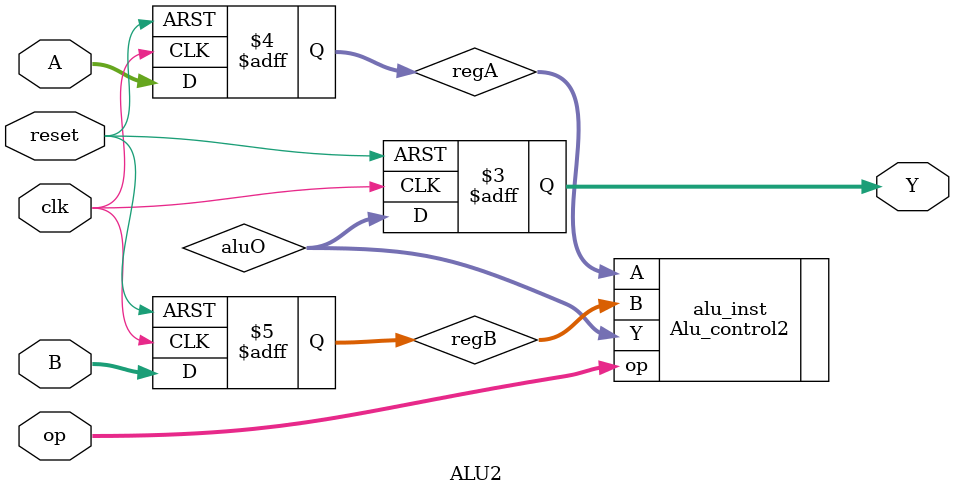
<source format=sv>
module ALU2 
	#(parameter width = 4)(
    input  logic clk,
    input  logic reset,
    input  logic [width-1:0] A, B,
    input  logic [3:0] op,
    output logic [width-1:0] Y
);
    logic [width-1:0] regA, regB;
    logic [width-1:0] aluO;
    
    // Registro de entrada
    always_ff @(posedge clk or posedge reset) begin
        if (reset) begin
            regA <= '0;
            regB <= '0;
        end else begin
            regA <= A;
            regB <= B;
        end
    end
    
    // ALU
    Alu_control2 #(.width(width)) alu_inst (.A(regA), .B(regB), .op(op), .Y(aluO));

    // Registro de salida
    always_ff @(posedge clk or posedge reset) begin
        if (reset)
            Y <= '0;
        else
            Y <= aluO;
    end
	 
endmodule
</source>
